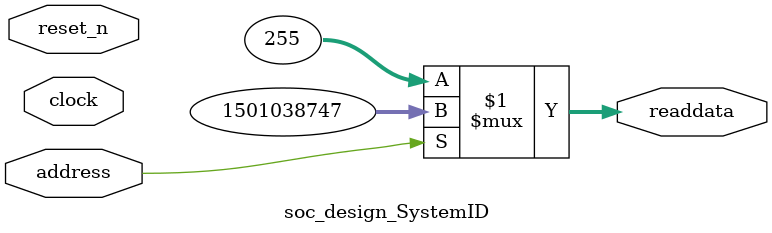
<source format=v>



// synthesis translate_off
`timescale 1ns / 1ps
// synthesis translate_on

// turn off superfluous verilog processor warnings 
// altera message_level Level1 
// altera message_off 10034 10035 10036 10037 10230 10240 10030 

module soc_design_SystemID (
               // inputs:
                address,
                clock,
                reset_n,

               // outputs:
                readdata
             )
;

  output  [ 31: 0] readdata;
  input            address;
  input            clock;
  input            reset_n;

  wire    [ 31: 0] readdata;
  //control_slave, which is an e_avalon_slave
  assign readdata = address ? 1501038747 : 255;

endmodule



</source>
